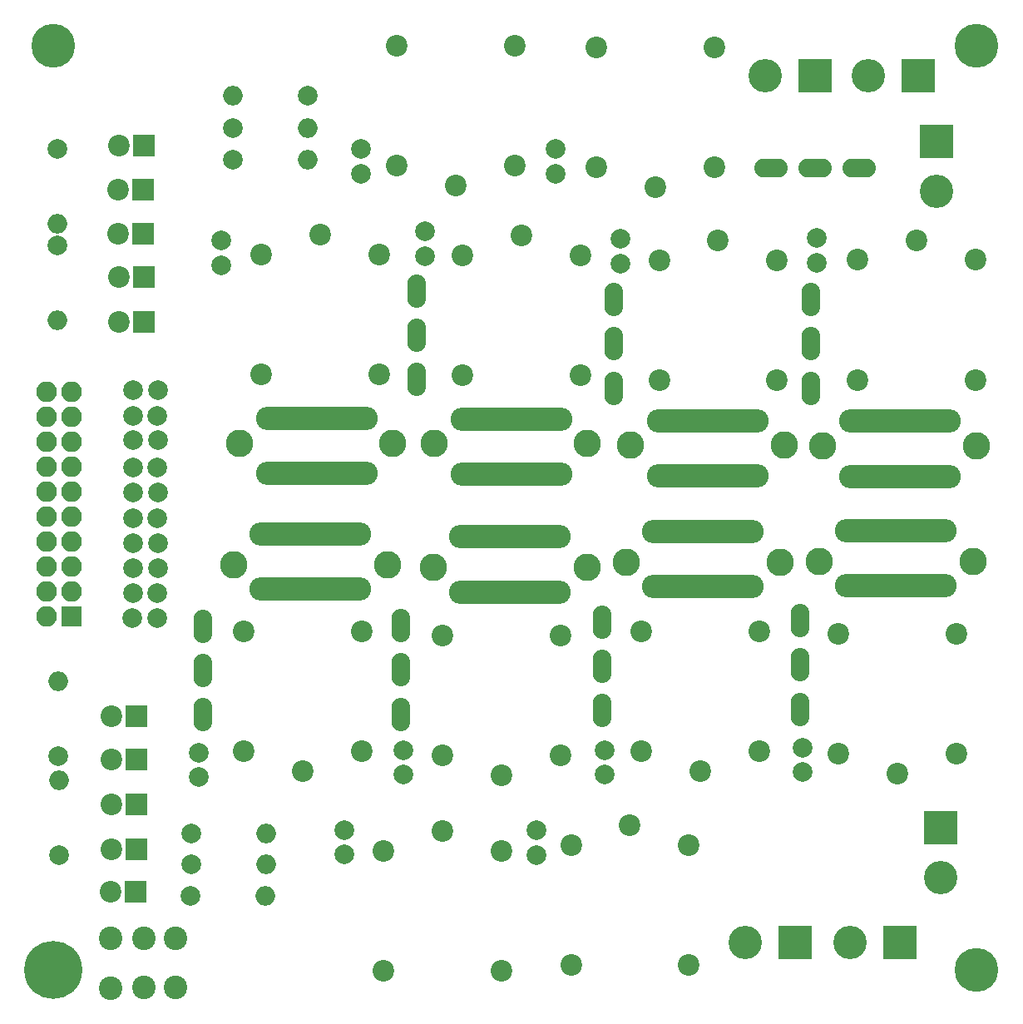
<source format=gbr>
G04 #@! TF.FileFunction,Soldermask,Top*
%FSLAX46Y46*%
G04 Gerber Fmt 4.6, Leading zero omitted, Abs format (unit mm)*
G04 Created by KiCad (PCBNEW 4.0.7) date 10/06/18 22:14:17*
%MOMM*%
%LPD*%
G01*
G04 APERTURE LIST*
%ADD10C,0.100000*%
%ADD11C,2.000000*%
%ADD12C,2.200000*%
%ADD13R,2.200000X2.200000*%
%ADD14O,2.000000X2.000000*%
%ADD15R,3.400000X3.400000*%
%ADD16C,3.400000*%
%ADD17C,4.464000*%
%ADD18C,5.900000*%
%ADD19O,1.900000X3.400000*%
%ADD20O,3.400000X1.900000*%
%ADD21R,2.100000X2.100000*%
%ADD22O,2.100000X2.100000*%
%ADD23C,2.400000*%
%ADD24C,2.100000*%
%ADD25O,12.400000X2.400000*%
%ADD26C,2.800000*%
G04 APERTURE END LIST*
D10*
D11*
X63535560Y-111257080D03*
X61035560Y-111257080D03*
D12*
X112872000Y-124795800D03*
X112872000Y-112595800D03*
X124872000Y-112595800D03*
X118872000Y-126795800D03*
X124872000Y-124795800D03*
X86137000Y-74200500D03*
X86137000Y-86400500D03*
X74137000Y-86400500D03*
X80137000Y-72200500D03*
X74137000Y-74200500D03*
D13*
X61457840Y-130190240D03*
D12*
X58917840Y-130190240D03*
D11*
X53416200Y-63439040D03*
D14*
X53416200Y-71059040D03*
D13*
X61341000Y-139105640D03*
D12*
X58801000Y-139105640D03*
D13*
X61457840Y-134762240D03*
D12*
X58917840Y-134762240D03*
D15*
X143319500Y-132588000D03*
D16*
X143319500Y-137668000D03*
D15*
X130530600Y-56007000D03*
D16*
X125450600Y-56007000D03*
D11*
X129286000Y-126923800D03*
X129286000Y-124423800D03*
X109093000Y-127177800D03*
X109093000Y-124677800D03*
X88646000Y-127177800D03*
X88646000Y-124677800D03*
X67818000Y-127431800D03*
X67818000Y-124931800D03*
X70104000Y-72821800D03*
X70104000Y-75321800D03*
X90805000Y-71882000D03*
X90805000Y-74382000D03*
X110744000Y-72644000D03*
X110744000Y-75144000D03*
X130721100Y-72555100D03*
X130721100Y-75055100D03*
X104140000Y-63500000D03*
X104140000Y-66000000D03*
X82613500Y-132778500D03*
X82613500Y-135278500D03*
X78933040Y-58089800D03*
D14*
X71313040Y-58089800D03*
D15*
X141008100Y-56007000D03*
D16*
X135928100Y-56007000D03*
D17*
X147000000Y-53000000D03*
D18*
X53000000Y-147000000D03*
D17*
X147000000Y-147000000D03*
D11*
X71247000Y-61356240D03*
D14*
X78867000Y-61356240D03*
D13*
X61417200Y-125618240D03*
D12*
X58877200Y-125618240D03*
D13*
X61493400Y-121234200D03*
D12*
X58953400Y-121234200D03*
D13*
X62219840Y-81117440D03*
D12*
X59679840Y-81117440D03*
D13*
X62219840Y-76545440D03*
D12*
X59679840Y-76545440D03*
D13*
X62143640Y-72085200D03*
D12*
X59603640Y-72085200D03*
D11*
X66944240Y-139486640D03*
D14*
X74564240Y-139486640D03*
D11*
X67056000Y-136321800D03*
D14*
X74676000Y-136321800D03*
D11*
X67020440Y-133162040D03*
D14*
X74640440Y-133162040D03*
D11*
X53568600Y-135371840D03*
D14*
X53568600Y-127751840D03*
D11*
X53533040Y-125237240D03*
D14*
X53533040Y-117617240D03*
D11*
X53416200Y-73268840D03*
D14*
X53416200Y-80888840D03*
D11*
X71302880Y-64597280D03*
D14*
X78922880Y-64597280D03*
D19*
X130144520Y-83317080D03*
X130144520Y-78817080D03*
X130144520Y-87817080D03*
X110027720Y-83317080D03*
X110027720Y-78817080D03*
X110027720Y-87817080D03*
X89966800Y-82410300D03*
X89966800Y-77910300D03*
X89966800Y-86910300D03*
X88392000Y-116509800D03*
X88392000Y-121009800D03*
X88392000Y-112009800D03*
X108839000Y-116128800D03*
X108839000Y-120628800D03*
X108839000Y-111628800D03*
X129032000Y-116001800D03*
X129032000Y-120501800D03*
X129032000Y-111501800D03*
D13*
X62138560Y-67614800D03*
D12*
X59598560Y-67614800D03*
D13*
X62194440Y-63144400D03*
D12*
X59654440Y-63144400D03*
D19*
X68224400Y-116560600D03*
X68224400Y-121060600D03*
X68224400Y-112060600D03*
D15*
X139192000Y-144272000D03*
D16*
X134112000Y-144272000D03*
D15*
X128524000Y-144208500D03*
D16*
X123444000Y-144208500D03*
D15*
X142875000Y-62738000D03*
D16*
X142875000Y-67818000D03*
D20*
X130556000Y-65405000D03*
X126056000Y-65405000D03*
X135056000Y-65405000D03*
D21*
X54864000Y-111061500D03*
D22*
X52324000Y-111061500D03*
X54864000Y-108521500D03*
X52324000Y-108521500D03*
X54864000Y-105981500D03*
X52324000Y-105981500D03*
X54864000Y-103441500D03*
X52324000Y-103441500D03*
X54864000Y-100901500D03*
X52324000Y-100901500D03*
X54864000Y-98361500D03*
X52324000Y-98361500D03*
X54864000Y-95821500D03*
X52324000Y-95821500D03*
X54864000Y-93281500D03*
X52324000Y-93281500D03*
X54864000Y-90741500D03*
X52324000Y-90741500D03*
X54864000Y-88201500D03*
X52324000Y-88201500D03*
D12*
X117696500Y-134335000D03*
X117696500Y-146535000D03*
X105696500Y-146535000D03*
X111696500Y-132335000D03*
X105696500Y-134335000D03*
X98583000Y-134893800D03*
X98583000Y-147093800D03*
X86583000Y-147093800D03*
X92583000Y-132893800D03*
X86583000Y-134893800D03*
X108300000Y-65372500D03*
X108300000Y-53172500D03*
X120300000Y-53172500D03*
X114300000Y-67372500D03*
X120300000Y-65372500D03*
X132950700Y-125024400D03*
X132950700Y-112824400D03*
X144950700Y-112824400D03*
X138950700Y-127024400D03*
X144950700Y-125024400D03*
X72359000Y-124795800D03*
X72359000Y-112595800D03*
X84359000Y-112595800D03*
X78359000Y-126795800D03*
X84359000Y-124795800D03*
X106672900Y-74289400D03*
X106672900Y-86489400D03*
X94672900Y-86489400D03*
X100672900Y-72289400D03*
X94672900Y-74289400D03*
X146855700Y-74772000D03*
X146855700Y-86972000D03*
X134855700Y-86972000D03*
X140855700Y-72772000D03*
X134855700Y-74772000D03*
X87980000Y-65182000D03*
X87980000Y-52982000D03*
X99980000Y-52982000D03*
X93980000Y-67182000D03*
X99980000Y-65182000D03*
X126675400Y-74822800D03*
X126675400Y-87022800D03*
X114675400Y-87022800D03*
X120675400Y-72822800D03*
X114675400Y-74822800D03*
X92628200Y-125192040D03*
X92628200Y-112992040D03*
X104628200Y-112992040D03*
X98628200Y-127192040D03*
X104628200Y-125192040D03*
D11*
X102171500Y-132842000D03*
X102171500Y-135342000D03*
X84328000Y-63500000D03*
X84328000Y-66000000D03*
X63652400Y-88011000D03*
X61152400Y-88011000D03*
X63601600Y-90627200D03*
X61101600Y-90627200D03*
X63652400Y-93141800D03*
X61152400Y-93141800D03*
X63601600Y-95935800D03*
X61101600Y-95935800D03*
X63652400Y-98399600D03*
X61152400Y-98399600D03*
X63601600Y-101041200D03*
X61101600Y-101041200D03*
X63627000Y-103632000D03*
X61127000Y-103632000D03*
X63627000Y-106146600D03*
X61127000Y-106146600D03*
X63591440Y-108686600D03*
X61091440Y-108686600D03*
D17*
X53000000Y-53000000D03*
D23*
X58790840Y-148859240D03*
X58790840Y-143859240D03*
D24*
X114595900Y-108029000D03*
X117595900Y-108029000D03*
X120595900Y-108029000D03*
X123595900Y-108029000D03*
X114595900Y-102426000D03*
X117595900Y-102426000D03*
X120595900Y-102426000D03*
X123595900Y-102426000D03*
D25*
X119095900Y-108029000D03*
X119095900Y-102426000D03*
D26*
X111341900Y-105537000D03*
X126961900Y-105537000D03*
D24*
X134242800Y-107952800D03*
X137242800Y-107952800D03*
X140242800Y-107952800D03*
X143242800Y-107952800D03*
X134242800Y-102349800D03*
X137242800Y-102349800D03*
X140242800Y-102349800D03*
X143242800Y-102349800D03*
D25*
X138742800Y-107952800D03*
X138742800Y-102349800D03*
D26*
X130988800Y-105460800D03*
X146608800Y-105460800D03*
D24*
X94949000Y-108562400D03*
X97949000Y-108562400D03*
X100949000Y-108562400D03*
X103949000Y-108562400D03*
X94949000Y-102959400D03*
X97949000Y-102959400D03*
X100949000Y-102959400D03*
X103949000Y-102959400D03*
D25*
X99449000Y-108562400D03*
X99449000Y-102959400D03*
D26*
X91695000Y-106070400D03*
X107315000Y-106070400D03*
D24*
X74641700Y-108283000D03*
X77641700Y-108283000D03*
X80641700Y-108283000D03*
X83641700Y-108283000D03*
X74641700Y-102680000D03*
X77641700Y-102680000D03*
X80641700Y-102680000D03*
X83641700Y-102680000D03*
D25*
X79141700Y-108283000D03*
X79141700Y-102680000D03*
D26*
X71387700Y-105791000D03*
X87007700Y-105791000D03*
D24*
X84311500Y-90916500D03*
X81311500Y-90916500D03*
X78311500Y-90916500D03*
X75311500Y-90916500D03*
X84311500Y-96519500D03*
X81311500Y-96519500D03*
X78311500Y-96519500D03*
X75311500Y-96519500D03*
D25*
X79811500Y-90916500D03*
X79811500Y-96519500D03*
D26*
X87565500Y-93408500D03*
X71945500Y-93408500D03*
D24*
X104123500Y-90980000D03*
X101123500Y-90980000D03*
X98123500Y-90980000D03*
X95123500Y-90980000D03*
X104123500Y-96583000D03*
X101123500Y-96583000D03*
X98123500Y-96583000D03*
X95123500Y-96583000D03*
D25*
X99623500Y-90980000D03*
X99623500Y-96583000D03*
D26*
X107377500Y-93472000D03*
X91757500Y-93472000D03*
D24*
X124151400Y-91119700D03*
X121151400Y-91119700D03*
X118151400Y-91119700D03*
X115151400Y-91119700D03*
X124151400Y-96722700D03*
X121151400Y-96722700D03*
X118151400Y-96722700D03*
X115151400Y-96722700D03*
D25*
X119651400Y-91119700D03*
X119651400Y-96722700D03*
D26*
X127405400Y-93611700D03*
X111785400Y-93611700D03*
D24*
X143696700Y-91195900D03*
X140696700Y-91195900D03*
X137696700Y-91195900D03*
X134696700Y-91195900D03*
X143696700Y-96798900D03*
X140696700Y-96798900D03*
X137696700Y-96798900D03*
X134696700Y-96798900D03*
D25*
X139196700Y-91195900D03*
X139196700Y-96798900D03*
D26*
X146950700Y-93687900D03*
X131330700Y-93687900D03*
D23*
X62191900Y-148805900D03*
X62191900Y-143805900D03*
X65417700Y-148780500D03*
X65417700Y-143780500D03*
M02*

</source>
